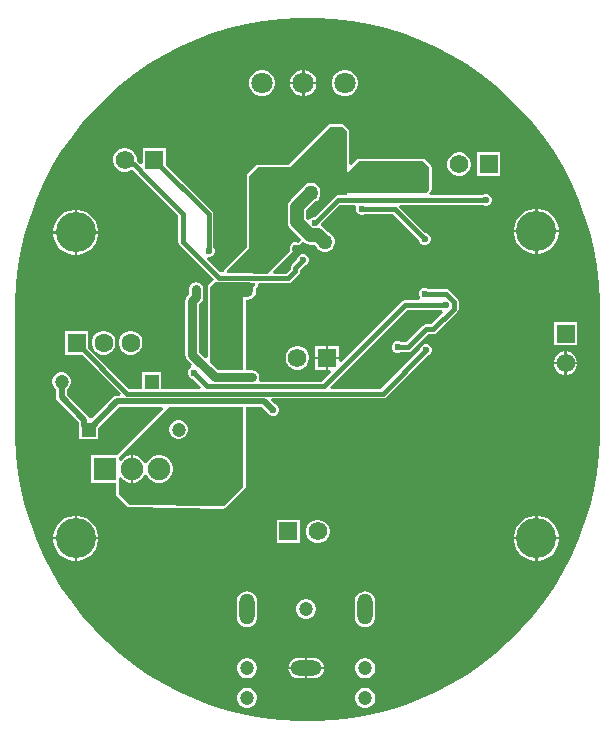
<source format=gbr>
G04*
G04 #@! TF.GenerationSoftware,Altium Limited,Altium Designer,25.4.2 (15)*
G04*
G04 Layer_Physical_Order=2*
G04 Layer_Color=16711680*
%FSLAX44Y44*%
%MOMM*%
G71*
G04*
G04 #@! TF.SameCoordinates,EFA8AECF-6775-45FA-9087-7286BAC92A8B*
G04*
G04*
G04 #@! TF.FilePolarity,Positive*
G04*
G01*
G75*
%ADD12C,0.5080*%
%ADD14C,0.3810*%
%ADD38R,1.2000X1.2000*%
%ADD58C,1.2000*%
%ADD59R,1.9000X1.9000*%
%ADD60C,1.9000*%
%ADD71C,0.7620*%
%ADD74R,1.6000X1.6000*%
%ADD75C,1.6000*%
%ADD76C,1.5750*%
%ADD77R,1.5750X1.5750*%
%ADD78C,1.8034*%
%ADD79O,1.3080X2.6160*%
%ADD80O,2.6160X1.3080*%
%ADD81R,1.5750X1.5750*%
%ADD82C,3.4000*%
%ADD83C,0.6000*%
%ADD84C,1.2700*%
%ADD85C,1.1430*%
G36*
X23657Y549940D02*
X38533Y548134D01*
X53273Y545432D01*
X67823Y541846D01*
X82129Y537388D01*
X96141Y532074D01*
X109806Y525924D01*
X123074Y518960D01*
X135898Y511208D01*
X148231Y502695D01*
X160027Y493454D01*
X171244Y483517D01*
X181840Y472921D01*
X191777Y461704D01*
X201019Y449908D01*
X209531Y437575D01*
X217284Y424751D01*
X224247Y411483D01*
X230397Y397818D01*
X235711Y383806D01*
X240170Y369499D01*
X243756Y354950D01*
X246457Y340210D01*
X248263Y325334D01*
X249168Y310376D01*
Y302884D01*
X249168Y202884D01*
Y195391D01*
X248263Y180433D01*
X246457Y165557D01*
X243756Y150817D01*
X240169Y136268D01*
X235711Y121961D01*
X230397Y107950D01*
X224247Y94285D01*
X217283Y81016D01*
X209531Y68192D01*
X201018Y55859D01*
X191777Y44064D01*
X181840Y32847D01*
X171244Y22251D01*
X160027Y12314D01*
X148231Y3072D01*
X135899Y-5440D01*
X123074Y-13193D01*
X109806Y-20157D01*
X96141Y-26307D01*
X82129Y-31621D01*
X67822Y-36079D01*
X53273Y-39665D01*
X38533Y-42366D01*
X23657Y-44173D01*
X8699Y-45077D01*
X-6285D01*
X-21244Y-44173D01*
X-36120Y-42366D01*
X-50859Y-39665D01*
X-65409Y-36079D01*
X-79715Y-31621D01*
X-93727Y-26307D01*
X-107392Y-20157D01*
X-120661Y-13193D01*
X-133485Y-5441D01*
X-145817Y3072D01*
X-157613Y12313D01*
X-168830Y22250D01*
X-179426Y32847D01*
X-189363Y44063D01*
X-198605Y55859D01*
X-207117Y68192D01*
X-214870Y81016D01*
X-221834Y94285D01*
X-227984Y107950D01*
X-233298Y121961D01*
X-237756Y136268D01*
X-241342Y150817D01*
X-244043Y165557D01*
X-245849Y180433D01*
X-246754Y195391D01*
Y202884D01*
Y302884D01*
Y310376D01*
X-245849Y325334D01*
X-244043Y340210D01*
X-241342Y354950D01*
X-237756Y369499D01*
X-233298Y383806D01*
X-227984Y397818D01*
X-221833Y411483D01*
X-214870Y424751D01*
X-207117Y437575D01*
X-198605Y449908D01*
X-189363Y461703D01*
X-179426Y472920D01*
X-168830Y483516D01*
X-157613Y493454D01*
X-145817Y502695D01*
X-133485Y511208D01*
X-120660Y518960D01*
X-107392Y525924D01*
X-93727Y532074D01*
X-79716Y537388D01*
X-65409Y541846D01*
X-50859Y545432D01*
X-36120Y548134D01*
X-21244Y549940D01*
X-6285Y550845D01*
X8699D01*
X23657Y549940D01*
D02*
G37*
%LPC*%
G36*
X-831Y506349D02*
X-1270D01*
Y496316D01*
X8763D01*
Y496754D01*
X8010Y499565D01*
X6555Y502084D01*
X4498Y504141D01*
X1979Y505596D01*
X-831Y506349D01*
D02*
G37*
G36*
X-3302D02*
X-3741D01*
X-6551Y505596D01*
X-9070Y504141D01*
X-11128Y502084D01*
X-12582Y499565D01*
X-13335Y496754D01*
Y496316D01*
X-3302D01*
Y506349D01*
D02*
G37*
G36*
X34220D02*
X31311D01*
X28501Y505596D01*
X25982Y504141D01*
X23925Y502084D01*
X22470Y499565D01*
X21717Y496754D01*
Y493845D01*
X22470Y491035D01*
X23925Y488516D01*
X25982Y486458D01*
X28501Y485004D01*
X31311Y484251D01*
X34220D01*
X37031Y485004D01*
X39550Y486458D01*
X41607Y488516D01*
X43062Y491035D01*
X43815Y493845D01*
Y496754D01*
X43062Y499565D01*
X41607Y502084D01*
X39550Y504141D01*
X37031Y505596D01*
X34220Y506349D01*
D02*
G37*
G36*
X8763Y494284D02*
X-1270D01*
Y484251D01*
X-831D01*
X1979Y485004D01*
X4498Y486458D01*
X6555Y488516D01*
X8010Y491035D01*
X8763Y493845D01*
Y494284D01*
D02*
G37*
G36*
X-3302D02*
X-13335D01*
Y493845D01*
X-12582Y491035D01*
X-11128Y488516D01*
X-9070Y486458D01*
X-6551Y485004D01*
X-3741Y484251D01*
X-3302D01*
Y494284D01*
D02*
G37*
G36*
X-35884Y506349D02*
X-38793D01*
X-41603Y505596D01*
X-44122Y504141D01*
X-46179Y502084D01*
X-47634Y499565D01*
X-48387Y496754D01*
Y493845D01*
X-47634Y491035D01*
X-46179Y488516D01*
X-44122Y486458D01*
X-41603Y485004D01*
X-38793Y484251D01*
X-35884D01*
X-33073Y485004D01*
X-30554Y486458D01*
X-28497Y488516D01*
X-27042Y491035D01*
X-26289Y493845D01*
Y496754D01*
X-27042Y499565D01*
X-28497Y502084D01*
X-30554Y504141D01*
X-33073Y505596D01*
X-35884Y506349D01*
D02*
G37*
G36*
X30480Y460542D02*
X30480Y460542D01*
X20320D01*
X19527Y460384D01*
X18855Y459935D01*
X18855Y459935D01*
X-14828Y426252D01*
X-40640D01*
X-40640Y426252D01*
X-41433Y426094D01*
X-42105Y425645D01*
X-49725Y418025D01*
X-50174Y417353D01*
X-50332Y416560D01*
X-50332Y416560D01*
Y356458D01*
X-68808Y337982D01*
X-69257Y337310D01*
X-69415Y336517D01*
X-70358Y335230D01*
X-72532Y335026D01*
X-83502Y345996D01*
X-82660Y348028D01*
X-81549D01*
X-79700Y348794D01*
X-78284Y350209D01*
X-77518Y352059D01*
Y354061D01*
X-78284Y355910D01*
X-78536Y356162D01*
Y384440D01*
X-78842Y385976D01*
X-79712Y387278D01*
X-118563Y426130D01*
Y440267D01*
X-138377D01*
Y427597D01*
X-140409Y426756D01*
X-142942Y429289D01*
X-143563Y429704D01*
Y431664D01*
X-144238Y434184D01*
X-145543Y436443D01*
X-147387Y438287D01*
X-149646Y439592D01*
X-152166Y440267D01*
X-154775D01*
X-157294Y439592D01*
X-159553Y438287D01*
X-161398Y436443D01*
X-162702Y434184D01*
X-163377Y431664D01*
Y429055D01*
X-162702Y426536D01*
X-161398Y424277D01*
X-159553Y422432D01*
X-157294Y421128D01*
X-154775Y420453D01*
X-152166D01*
X-149646Y421128D01*
X-147420Y422413D01*
X-144914Y419906D01*
X-144717Y419612D01*
X-140814Y415709D01*
X-140520Y415512D01*
X-108154Y383147D01*
Y360957D01*
X-107849Y359421D01*
X-106979Y358119D01*
X-77825Y328965D01*
X-82745Y324045D01*
X-83194Y323373D01*
X-83352Y322580D01*
X-83352Y322580D01*
X-83352Y263340D01*
X-85229Y262563D01*
X-90564Y267897D01*
Y308223D01*
X-88917Y309869D01*
X-87626Y311801D01*
X-87173Y314081D01*
Y320891D01*
X-87626Y323170D01*
X-88917Y325103D01*
X-90850Y326394D01*
X-93129Y326847D01*
X-95409Y326394D01*
X-97341Y325103D01*
X-98632Y323170D01*
X-99086Y320891D01*
Y316548D01*
X-100732Y314902D01*
X-102023Y312969D01*
X-102477Y310690D01*
Y265430D01*
X-102023Y263150D01*
X-100732Y261218D01*
X-96613Y257099D01*
X-97212Y254824D01*
X-98101Y254456D01*
X-99516Y253040D01*
X-100282Y251191D01*
Y249189D01*
X-99516Y247339D01*
X-98101Y245924D01*
X-96251Y245158D01*
X-95895D01*
X-89165Y238428D01*
X-89943Y236551D01*
X-122748D01*
Y250602D01*
X-138812D01*
Y236551D01*
X-149635D01*
X-184318Y271235D01*
Y285622D01*
X-204382D01*
Y265558D01*
X-189995D01*
X-157036Y232599D01*
X-157814Y230721D01*
X-160050D01*
X-161834Y230366D01*
X-163346Y229356D01*
X-181213Y211489D01*
X-182093Y211589D01*
X-183538Y212038D01*
X-184344Y213243D01*
X-202379Y231278D01*
Y235987D01*
X-202108Y236143D01*
X-200613Y237638D01*
X-199555Y239470D01*
X-199008Y241512D01*
Y243627D01*
X-199555Y245670D01*
X-200613Y247502D01*
X-202108Y248997D01*
X-203940Y250054D01*
X-205983Y250602D01*
X-208097D01*
X-210140Y250054D01*
X-211972Y248997D01*
X-213467Y247502D01*
X-214525Y245670D01*
X-215072Y243627D01*
Y241512D01*
X-214525Y239470D01*
X-213467Y237638D01*
X-211972Y236143D01*
X-211702Y235987D01*
Y229347D01*
X-211347Y227563D01*
X-210336Y226051D01*
X-192302Y208016D01*
Y205390D01*
X-192212Y204939D01*
Y193898D01*
X-176148D01*
Y203369D01*
X-158119Y221398D01*
X-122007D01*
X-121229Y219521D01*
X-160153Y180597D01*
X-160444Y180162D01*
X-181752D01*
Y157098D01*
X-160822D01*
Y147320D01*
X-160822Y147320D01*
X-160664Y146527D01*
X-160215Y145855D01*
X-160215Y145855D01*
X-151325Y136965D01*
X-151002Y136749D01*
X-150683Y136529D01*
X-150667Y136525D01*
X-150653Y136516D01*
X-150272Y136440D01*
X-149893Y136358D01*
X-69883Y135088D01*
X-69867Y135091D01*
X-69850Y135088D01*
X-69469Y135164D01*
X-69088Y135233D01*
X-69074Y135242D01*
X-69057Y135246D01*
X-68735Y135461D01*
X-68409Y135672D01*
X-68399Y135686D01*
X-68385Y135695D01*
X-51875Y152205D01*
X-51426Y152877D01*
X-51268Y153670D01*
X-51268Y153670D01*
Y221398D01*
X-37232D01*
X-32146Y216313D01*
X-31952Y215844D01*
X-30536Y214428D01*
X-28687Y213662D01*
X-26685D01*
X-24836Y214428D01*
X-23420Y215844D01*
X-22654Y217693D01*
Y219695D01*
X-23420Y221544D01*
X-24836Y222960D01*
X-26155Y223506D01*
X-29294Y226645D01*
X-28516Y228523D01*
X64897D01*
X66433Y228828D01*
X67735Y229698D01*
X102245Y264208D01*
X102601D01*
X104450Y264974D01*
X105866Y266389D01*
X106632Y268239D01*
Y270241D01*
X105866Y272090D01*
X104450Y273506D01*
X102601Y274272D01*
X100599D01*
X98750Y273506D01*
X97334Y272090D01*
X96568Y270241D01*
Y269885D01*
X63234Y236551D01*
X21061D01*
X20283Y238428D01*
X85180Y303326D01*
X115008D01*
X115260Y303074D01*
X115626Y300723D01*
X105949Y291045D01*
X101611D01*
X100075Y290739D01*
X98772Y289869D01*
X84697Y275794D01*
X80572D01*
X80320Y276046D01*
X78471Y276812D01*
X76469D01*
X74619Y276046D01*
X73204Y274630D01*
X72438Y272781D01*
Y270779D01*
X73204Y268929D01*
X74619Y267514D01*
X76469Y266748D01*
X78471D01*
X80320Y267514D01*
X80572Y267766D01*
X86360D01*
X87896Y268071D01*
X89198Y268941D01*
X103274Y283017D01*
X107611D01*
X109147Y283322D01*
X110450Y284192D01*
X127885Y301628D01*
X128756Y302930D01*
X129061Y304466D01*
Y310213D01*
X128756Y311749D01*
X127885Y313052D01*
X121107Y319830D01*
X119804Y320700D01*
X118268Y321006D01*
X103432D01*
X103180Y321258D01*
X101331Y322024D01*
X99329D01*
X97479Y321258D01*
X96064Y319842D01*
X95298Y317993D01*
Y315991D01*
X96064Y314141D01*
X96819Y313386D01*
X95978Y311354D01*
X83518D01*
X81982Y311048D01*
X80679Y310178D01*
X29364Y258863D01*
X27487Y259641D01*
Y261704D01*
X18596D01*
Y252813D01*
X20659D01*
X21436Y250935D01*
X13148Y242647D01*
X-38930D01*
X-40102Y244679D01*
X-39764Y246380D01*
X-40217Y248659D01*
X-41508Y250592D01*
X-43441Y251883D01*
X-45720Y252336D01*
X-51268D01*
Y311956D01*
X-49398D01*
X-47266Y312527D01*
X-45355Y313631D01*
X-43794Y315191D01*
X-42691Y317103D01*
X-42120Y319235D01*
Y321442D01*
X-42234Y321866D01*
X-41384Y322716D01*
X-40935Y323388D01*
X-40777Y324181D01*
X-39546Y325860D01*
X-39236Y326059D01*
X-15367D01*
X-13831Y326364D01*
X-12529Y327234D01*
X-6325Y333438D01*
X-5454Y334741D01*
X-5149Y336277D01*
Y337154D01*
X-1895Y340408D01*
X-1539D01*
X310Y341174D01*
X1726Y342590D01*
X2492Y344439D01*
Y346441D01*
X1726Y348290D01*
X310Y349706D01*
X-1539Y350472D01*
X-3541D01*
X-5390Y349706D01*
X-6806Y348290D01*
X-7572Y346441D01*
Y346085D01*
X-12002Y341655D01*
X-12872Y340353D01*
X-13177Y338817D01*
Y337939D01*
X-17030Y334087D01*
X-27358D01*
X-28136Y335964D01*
X-12020Y352080D01*
X-11571Y352752D01*
X-11414Y353545D01*
X-11571Y354337D01*
X-11850Y355011D01*
Y356189D01*
X-11400Y357277D01*
X-10567Y358109D01*
X-9479Y358560D01*
X-8301D01*
X-7628Y358281D01*
X-6835Y358123D01*
X-6474Y358195D01*
X-6042Y358281D01*
X-5370Y358730D01*
X-4121Y359979D01*
X-2203Y360935D01*
X-584Y359693D01*
X1300Y358912D01*
X3322Y358646D01*
X3323Y358646D01*
X7149D01*
X8764Y357032D01*
X9392Y355944D01*
X10952Y354383D01*
X12864Y353280D01*
X14996Y352709D01*
X17203D01*
X19334Y353280D01*
X21246Y354383D01*
X22806Y355944D01*
X23910Y357855D01*
X24481Y359987D01*
Y362194D01*
X23910Y364326D01*
X22806Y366237D01*
X21246Y367798D01*
X19334Y368901D01*
X18871Y369026D01*
X15911Y371985D01*
X14293Y373227D01*
X13849Y373411D01*
X12782Y375863D01*
X12800Y375949D01*
X12906Y376206D01*
Y376562D01*
X28570Y392226D01*
X41255D01*
X42613Y390194D01*
X42376Y389621D01*
Y387619D01*
X43142Y385770D01*
X44557Y384354D01*
X46407Y383588D01*
X48409D01*
X50258Y384354D01*
X50510Y384606D01*
X73267D01*
X95298Y362575D01*
Y362219D01*
X96064Y360369D01*
X97479Y358954D01*
X99329Y358188D01*
X101331D01*
X103180Y358954D01*
X104596Y360369D01*
X105362Y362219D01*
Y364221D01*
X104596Y366070D01*
X103180Y367486D01*
X101331Y368252D01*
X100975D01*
X79033Y390194D01*
X79874Y392226D01*
X149298D01*
X149550Y391974D01*
X151399Y391208D01*
X153401D01*
X155250Y391974D01*
X156666Y393390D01*
X157432Y395239D01*
Y397241D01*
X156666Y399090D01*
X155250Y400506D01*
X153401Y401272D01*
X151399D01*
X149550Y400506D01*
X149298Y400254D01*
X105068D01*
X104226Y402286D01*
X105605Y403665D01*
X105605Y403665D01*
X105903Y404111D01*
X106054Y404337D01*
Y404337D01*
X106054Y404337D01*
X106125Y404695D01*
X106212Y405130D01*
X106212Y405130D01*
X106211Y424180D01*
X106054Y424973D01*
X106054Y424973D01*
X106054Y424973D01*
X105604Y425645D01*
X105604Y425645D01*
X100525Y430725D01*
X100525Y430725D01*
X99853Y431174D01*
X99853Y431174D01*
X99535Y431237D01*
X99060Y431332D01*
X99060Y431332D01*
X44450D01*
X44450Y431332D01*
X43657Y431174D01*
X42985Y430725D01*
X42985Y430725D01*
X38239Y425979D01*
X36362Y426757D01*
Y454660D01*
X36362Y454660D01*
X36204Y455453D01*
X35755Y456125D01*
X31945Y459935D01*
X31273Y460384D01*
X30480Y460542D01*
D02*
G37*
G36*
X164447Y436627D02*
X144633D01*
Y416813D01*
X164447D01*
Y436627D01*
D02*
G37*
G36*
X130844D02*
X128236D01*
X125716Y435952D01*
X123457Y434647D01*
X121612Y432803D01*
X120308Y430544D01*
X119633Y428024D01*
Y425415D01*
X120308Y422896D01*
X121612Y420637D01*
X123457Y418792D01*
X125716Y417488D01*
X128236Y416813D01*
X130844D01*
X133364Y417488D01*
X135623Y418792D01*
X137467Y420637D01*
X138772Y422896D01*
X139447Y425415D01*
Y428024D01*
X138772Y430544D01*
X137467Y432803D01*
X135623Y434647D01*
X133364Y435952D01*
X130844Y436627D01*
D02*
G37*
G36*
X196875Y389032D02*
X196016D01*
Y371016D01*
X214032D01*
Y371875D01*
X213301Y375551D01*
X211866Y379015D01*
X209783Y382132D01*
X207132Y384783D01*
X204015Y386866D01*
X200551Y388301D01*
X196875Y389032D01*
D02*
G37*
G36*
X193984D02*
X193125D01*
X189449Y388301D01*
X185985Y386866D01*
X182868Y384783D01*
X180217Y382132D01*
X178134Y379015D01*
X176699Y375551D01*
X175968Y371875D01*
Y371016D01*
X193984D01*
Y389032D01*
D02*
G37*
G36*
X-193125Y388016D02*
X-193984D01*
Y370000D01*
X-175968D01*
Y370858D01*
X-176699Y374535D01*
X-178134Y377999D01*
X-180217Y381116D01*
X-182868Y383767D01*
X-185985Y385850D01*
X-189449Y387285D01*
X-193125Y388016D01*
D02*
G37*
G36*
X-196016D02*
X-196875D01*
X-200551Y387285D01*
X-204015Y385850D01*
X-207132Y383767D01*
X-209783Y381116D01*
X-211866Y377999D01*
X-213301Y374535D01*
X-214032Y370858D01*
Y370000D01*
X-196016D01*
Y388016D01*
D02*
G37*
G36*
X214032Y368984D02*
X196016D01*
Y350968D01*
X196875D01*
X200551Y351699D01*
X204015Y353134D01*
X207132Y355217D01*
X209783Y357868D01*
X211866Y360985D01*
X213301Y364449D01*
X214032Y368125D01*
Y368984D01*
D02*
G37*
G36*
X193984D02*
X175968D01*
Y368125D01*
X176699Y364449D01*
X178134Y360985D01*
X180217Y357868D01*
X182868Y355217D01*
X185985Y353134D01*
X189449Y351699D01*
X193125Y350968D01*
X193984D01*
Y368984D01*
D02*
G37*
G36*
X-175968Y367968D02*
X-193984D01*
Y349952D01*
X-193125D01*
X-189449Y350683D01*
X-185985Y352118D01*
X-182868Y354201D01*
X-180217Y356852D01*
X-178134Y359969D01*
X-176699Y363433D01*
X-175968Y367109D01*
Y367968D01*
D02*
G37*
G36*
X-196016D02*
X-214032D01*
Y367109D01*
X-213301Y363433D01*
X-211866Y359969D01*
X-209783Y356852D01*
X-207132Y354201D01*
X-204015Y352118D01*
X-200551Y350683D01*
X-196875Y349952D01*
X-196016D01*
Y367968D01*
D02*
G37*
G36*
X229617Y293117D02*
X209803D01*
Y273303D01*
X229617D01*
Y293117D01*
D02*
G37*
G36*
X-147229Y285622D02*
X-149871D01*
X-152422Y284938D01*
X-154710Y283617D01*
X-156578Y281750D01*
X-157898Y279462D01*
X-158582Y276910D01*
Y274269D01*
X-157898Y271718D01*
X-156578Y269430D01*
X-154710Y267562D01*
X-152422Y266241D01*
X-149871Y265558D01*
X-147229D01*
X-144678Y266241D01*
X-142390Y267562D01*
X-140522Y269430D01*
X-139202Y271718D01*
X-138518Y274269D01*
Y276910D01*
X-139202Y279462D01*
X-140522Y281750D01*
X-142390Y283617D01*
X-144678Y284938D01*
X-147229Y285622D01*
D02*
G37*
G36*
X-170129D02*
X-172771D01*
X-175322Y284938D01*
X-177610Y283617D01*
X-179478Y281750D01*
X-180798Y279462D01*
X-181482Y276910D01*
Y274269D01*
X-180798Y271718D01*
X-179478Y269430D01*
X-177610Y267562D01*
X-175322Y266241D01*
X-172771Y265558D01*
X-170129D01*
X-167578Y266241D01*
X-165290Y267562D01*
X-163423Y269430D01*
X-162102Y271718D01*
X-161418Y274269D01*
Y276910D01*
X-162102Y279462D01*
X-163423Y281750D01*
X-165290Y283617D01*
X-167578Y284938D01*
X-170129Y285622D01*
D02*
G37*
G36*
X27487Y272627D02*
X18596D01*
Y263736D01*
X27487D01*
Y272627D01*
D02*
G37*
G36*
X16564D02*
X7673D01*
Y263736D01*
X16564D01*
Y272627D01*
D02*
G37*
G36*
X221014Y268117D02*
X220726D01*
Y259226D01*
X229617D01*
Y259514D01*
X228942Y262034D01*
X227638Y264293D01*
X225793Y266137D01*
X223534Y267442D01*
X221014Y268117D01*
D02*
G37*
G36*
X218694D02*
X218406D01*
X215886Y267442D01*
X213627Y266137D01*
X211782Y264293D01*
X210478Y262034D01*
X209803Y259514D01*
Y259226D01*
X218694D01*
Y268117D01*
D02*
G37*
G36*
X16564Y261704D02*
X7673D01*
Y252813D01*
X16564D01*
Y261704D01*
D02*
G37*
G36*
X-6116Y272627D02*
X-8724D01*
X-11244Y271952D01*
X-13503Y270647D01*
X-15347Y268803D01*
X-16652Y266544D01*
X-17327Y264024D01*
Y261415D01*
X-16652Y258896D01*
X-15347Y256637D01*
X-13503Y254792D01*
X-11244Y253488D01*
X-8724Y252813D01*
X-6116D01*
X-3596Y253488D01*
X-1337Y254792D01*
X508Y256637D01*
X1812Y258896D01*
X2487Y261415D01*
Y264024D01*
X1812Y266544D01*
X508Y268803D01*
X-1337Y270647D01*
X-3596Y271952D01*
X-6116Y272627D01*
D02*
G37*
G36*
X229617Y257194D02*
X220726D01*
Y248303D01*
X221014D01*
X223534Y248978D01*
X225793Y250282D01*
X227638Y252127D01*
X228942Y254386D01*
X229617Y256905D01*
Y257194D01*
D02*
G37*
G36*
X218694D02*
X209803D01*
Y256905D01*
X210478Y254386D01*
X211782Y252127D01*
X213627Y250282D01*
X215886Y248978D01*
X218406Y248303D01*
X218694D01*
Y257194D01*
D02*
G37*
G36*
X196875Y129032D02*
X196016D01*
Y111016D01*
X214032D01*
Y111875D01*
X213301Y115551D01*
X211866Y119015D01*
X209783Y122132D01*
X207132Y124783D01*
X204015Y126866D01*
X200551Y128301D01*
X196875Y129032D01*
D02*
G37*
G36*
X193984D02*
X193125D01*
X189449Y128301D01*
X185985Y126866D01*
X182868Y124783D01*
X180217Y122132D01*
X178134Y119015D01*
X176699Y115551D01*
X175968Y111875D01*
Y111016D01*
X193984D01*
Y129032D01*
D02*
G37*
G36*
X-193125D02*
X-193984D01*
Y111016D01*
X-175968D01*
Y111875D01*
X-176699Y115551D01*
X-178134Y119015D01*
X-180217Y122132D01*
X-182868Y124783D01*
X-185985Y126866D01*
X-189449Y128301D01*
X-193125Y129032D01*
D02*
G37*
G36*
X-196016D02*
X-196875D01*
X-200551Y128301D01*
X-204015Y126866D01*
X-207132Y124783D01*
X-209783Y122132D01*
X-211866Y119015D01*
X-213301Y115551D01*
X-214032Y111875D01*
Y111016D01*
X-196016D01*
Y129032D01*
D02*
G37*
G36*
X11264Y125647D02*
X8656D01*
X6136Y124972D01*
X3877Y123668D01*
X2032Y121823D01*
X728Y119564D01*
X53Y117044D01*
Y114436D01*
X728Y111916D01*
X2032Y109657D01*
X3877Y107812D01*
X6136Y106508D01*
X8656Y105833D01*
X11264D01*
X13784Y106508D01*
X16043Y107812D01*
X17888Y109657D01*
X19192Y111916D01*
X19867Y114436D01*
Y117044D01*
X19192Y119564D01*
X17888Y121823D01*
X16043Y123668D01*
X13784Y124972D01*
X11264Y125647D01*
D02*
G37*
G36*
X-5133D02*
X-24947D01*
Y105833D01*
X-5133D01*
Y125647D01*
D02*
G37*
G36*
X214032Y108984D02*
X196016D01*
Y90968D01*
X196875D01*
X200551Y91699D01*
X204015Y93134D01*
X207132Y95217D01*
X209783Y97868D01*
X211866Y100985D01*
X213301Y104449D01*
X214032Y108125D01*
Y108984D01*
D02*
G37*
G36*
X193984D02*
X175968D01*
Y108125D01*
X176699Y104449D01*
X178134Y100985D01*
X180217Y97868D01*
X182868Y95217D01*
X185985Y93134D01*
X189449Y91699D01*
X193125Y90968D01*
X193984D01*
Y108984D01*
D02*
G37*
G36*
X-175968D02*
X-193984D01*
Y90968D01*
X-193125D01*
X-189449Y91699D01*
X-185985Y93134D01*
X-182868Y95217D01*
X-180217Y97868D01*
X-178134Y100985D01*
X-176699Y104449D01*
X-175968Y108125D01*
Y108984D01*
D02*
G37*
G36*
X-196016D02*
X-214032D01*
Y108125D01*
X-213301Y104449D01*
X-211866Y100985D01*
X-209783Y97868D01*
X-207132Y95217D01*
X-204015Y93134D01*
X-200551Y91699D01*
X-196875Y90968D01*
X-196016D01*
Y108984D01*
D02*
G37*
G36*
X1119Y58500D02*
X-1119D01*
X-3281Y57921D01*
X-5219Y56802D01*
X-6802Y55219D01*
X-7921Y53281D01*
X-8500Y51119D01*
Y48881D01*
X-7921Y46719D01*
X-6802Y44781D01*
X-5219Y43198D01*
X-3281Y42079D01*
X-1119Y41500D01*
X1119D01*
X3281Y42079D01*
X5219Y43198D01*
X6802Y44781D01*
X7921Y46719D01*
X8500Y48881D01*
Y51119D01*
X7921Y53281D01*
X6802Y55219D01*
X5219Y56802D01*
X3281Y57921D01*
X1119Y58500D01*
D02*
G37*
G36*
X50000Y65186D02*
X47762Y64891D01*
X45677Y64028D01*
X43886Y62653D01*
X42512Y60863D01*
X41649Y58778D01*
X41354Y56540D01*
Y43460D01*
X41649Y41222D01*
X42512Y39137D01*
X43886Y37346D01*
X45677Y35972D01*
X47762Y35109D01*
X50000Y34814D01*
X52238Y35109D01*
X54323Y35972D01*
X56114Y37346D01*
X57488Y39137D01*
X58351Y41222D01*
X58646Y43460D01*
Y56540D01*
X58351Y58778D01*
X57488Y60863D01*
X56114Y62653D01*
X54323Y64028D01*
X52238Y64891D01*
X50000Y65186D01*
D02*
G37*
G36*
X-50000D02*
X-52238Y64891D01*
X-54323Y64028D01*
X-56114Y62653D01*
X-57488Y60863D01*
X-58351Y58778D01*
X-58646Y56540D01*
Y43460D01*
X-58351Y41222D01*
X-57488Y39137D01*
X-56114Y37346D01*
X-54323Y35972D01*
X-52238Y35109D01*
X-50000Y34814D01*
X-47762Y35109D01*
X-45677Y35972D01*
X-43886Y37346D01*
X-42512Y39137D01*
X-41649Y41222D01*
X-41354Y43460D01*
Y56540D01*
X-41649Y58778D01*
X-42512Y60863D01*
X-43886Y62653D01*
X-45677Y64028D01*
X-47762Y64891D01*
X-50000Y65186D01*
D02*
G37*
G36*
X6540Y8646D02*
X1016D01*
Y1016D01*
X15052D01*
X14891Y2238D01*
X14028Y4323D01*
X12654Y6114D01*
X10863Y7488D01*
X8778Y8351D01*
X6540Y8646D01*
D02*
G37*
G36*
X-1016D02*
X-6540D01*
X-8778Y8351D01*
X-10863Y7488D01*
X-12654Y6114D01*
X-14028Y4323D01*
X-14891Y2238D01*
X-15052Y1016D01*
X-1016D01*
Y8646D01*
D02*
G37*
G36*
X51119Y8500D02*
X48881D01*
X46719Y7921D01*
X44781Y6802D01*
X43198Y5219D01*
X42079Y3281D01*
X41500Y1119D01*
Y-1119D01*
X42079Y-3281D01*
X43198Y-5219D01*
X44781Y-6802D01*
X46719Y-7921D01*
X48881Y-8500D01*
X51119D01*
X53281Y-7921D01*
X55219Y-6802D01*
X56802Y-5219D01*
X57921Y-3281D01*
X58500Y-1119D01*
Y1119D01*
X57921Y3281D01*
X56802Y5219D01*
X55219Y6802D01*
X53281Y7921D01*
X51119Y8500D01*
D02*
G37*
G36*
X-48881D02*
X-51119D01*
X-53281Y7921D01*
X-55219Y6802D01*
X-56802Y5219D01*
X-57921Y3281D01*
X-58500Y1119D01*
Y-1119D01*
X-57921Y-3281D01*
X-56802Y-5219D01*
X-55219Y-6802D01*
X-53281Y-7921D01*
X-51119Y-8500D01*
X-48881D01*
X-46719Y-7921D01*
X-44781Y-6802D01*
X-43198Y-5219D01*
X-42079Y-3281D01*
X-41500Y-1119D01*
Y1119D01*
X-42079Y3281D01*
X-43198Y5219D01*
X-44781Y6802D01*
X-46719Y7921D01*
X-48881Y8500D01*
D02*
G37*
G36*
X15052Y-1016D02*
X1016D01*
Y-8646D01*
X6540D01*
X8778Y-8351D01*
X10863Y-7488D01*
X12654Y-6114D01*
X14028Y-4323D01*
X14891Y-2238D01*
X15052Y-1016D01*
D02*
G37*
G36*
X-1016D02*
X-15052D01*
X-14891Y-2238D01*
X-14028Y-4323D01*
X-12654Y-6114D01*
X-10863Y-7488D01*
X-8778Y-8351D01*
X-6540Y-8646D01*
X-1016D01*
Y-1016D01*
D02*
G37*
G36*
X51119Y-16500D02*
X48881D01*
X46719Y-17079D01*
X44781Y-18198D01*
X43198Y-19781D01*
X42079Y-21719D01*
X41500Y-23881D01*
Y-26119D01*
X42079Y-28281D01*
X43198Y-30219D01*
X44781Y-31802D01*
X46719Y-32921D01*
X48881Y-33500D01*
X51119D01*
X53281Y-32921D01*
X55219Y-31802D01*
X56802Y-30219D01*
X57921Y-28281D01*
X58500Y-26119D01*
Y-23881D01*
X57921Y-21719D01*
X56802Y-19781D01*
X55219Y-18198D01*
X53281Y-17079D01*
X51119Y-16500D01*
D02*
G37*
G36*
X-48881D02*
X-51119D01*
X-53281Y-17079D01*
X-55219Y-18198D01*
X-56802Y-19781D01*
X-57921Y-21719D01*
X-58500Y-23881D01*
Y-26119D01*
X-57921Y-28281D01*
X-56802Y-30219D01*
X-55219Y-31802D01*
X-53281Y-32921D01*
X-51119Y-33500D01*
X-48881D01*
X-46719Y-32921D01*
X-44781Y-31802D01*
X-43198Y-30219D01*
X-42079Y-28281D01*
X-41500Y-26119D01*
Y-23881D01*
X-42079Y-21719D01*
X-43198Y-19781D01*
X-44781Y-18198D01*
X-46719Y-17079D01*
X-48881Y-16500D01*
D02*
G37*
%LPD*%
G36*
X34290Y454660D02*
Y419100D01*
X44450Y429260D01*
X99060D01*
X104139Y424180D01*
X104140Y405130D01*
X101600Y402590D01*
X34290D01*
Y400254D01*
X26907D01*
X25371Y399949D01*
X24069Y399078D01*
X7229Y382239D01*
X6873D01*
X5024Y381473D01*
X3608Y380057D01*
X1848Y379727D01*
X194Y381180D01*
Y387579D01*
X7869Y395254D01*
X8957Y395882D01*
X10517Y397443D01*
X11621Y399355D01*
X12192Y401486D01*
Y403693D01*
X11621Y405825D01*
X10517Y407737D01*
X8957Y409297D01*
X7045Y410401D01*
X4913Y410972D01*
X2706D01*
X575Y410401D01*
X-1337Y409297D01*
X-2897Y407737D01*
X-4001Y405825D01*
X-4125Y405362D01*
X-13145Y396341D01*
X-14387Y394723D01*
X-15168Y392839D01*
X-15434Y390816D01*
Y377402D01*
X-15168Y375380D01*
X-14387Y373496D01*
X-13145Y371877D01*
X-4149Y362881D01*
X-6835Y360195D01*
X-7889Y360632D01*
X-9891D01*
X-11740Y359866D01*
X-13156Y358450D01*
X-13922Y356601D01*
Y354599D01*
X-13485Y353545D01*
X-32943Y334087D01*
X-44335D01*
X-44704Y334334D01*
X-46241Y334639D01*
X-66566D01*
X-67343Y336517D01*
X-48260Y355600D01*
Y416560D01*
X-40640Y424180D01*
X-13970D01*
X20320Y458470D01*
X30480D01*
X34290Y454660D01*
D02*
G37*
G36*
X-75344Y326917D02*
X-73808Y326611D01*
X-47594D01*
X-47224Y326364D01*
X-45688Y326059D01*
X-43626D01*
X-42849Y324181D01*
X-53340Y313690D01*
Y252336D01*
X-75003D01*
X-81280Y258613D01*
X-81280Y322580D01*
D01*
Y322580D01*
X-81280Y322580D01*
D01*
X-76303Y327557D01*
X-75344Y326917D01*
D02*
G37*
G36*
X-53340Y153670D02*
X-69850Y137160D01*
X-149860Y138430D01*
X-158750Y147320D01*
Y157098D01*
X-158688D01*
Y161192D01*
X-156656Y161737D01*
X-156548Y161549D01*
X-154401Y159402D01*
X-151771Y157884D01*
X-148838Y157098D01*
X-148336D01*
Y168630D01*
Y180162D01*
X-148838D01*
X-151771Y179376D01*
X-154401Y177858D01*
X-156548Y175711D01*
X-156656Y175523D01*
X-158688Y176068D01*
Y179132D01*
X-116422Y221398D01*
X-53340D01*
Y153670D01*
D02*
G37*
%LPC*%
G36*
X-106863Y209962D02*
X-108978D01*
X-111020Y209414D01*
X-112852Y208357D01*
X-114347Y206862D01*
X-115405Y205030D01*
X-115952Y202987D01*
Y200872D01*
X-115405Y198830D01*
X-114347Y196998D01*
X-112852Y195503D01*
X-111020Y194445D01*
X-108978Y193898D01*
X-106863D01*
X-104820Y194445D01*
X-102988Y195503D01*
X-101493Y196998D01*
X-100435Y198830D01*
X-99888Y200872D01*
Y202987D01*
X-100435Y205030D01*
X-101493Y206862D01*
X-102988Y208357D01*
X-104820Y209414D01*
X-106863Y209962D01*
D02*
G37*
G36*
X-122902Y180162D02*
X-125938D01*
X-128871Y179376D01*
X-131501Y177858D01*
X-133648Y175711D01*
X-134755Y173794D01*
X-134826Y173766D01*
X-136915D01*
X-136986Y173794D01*
X-138092Y175711D01*
X-140239Y177858D01*
X-142869Y179376D01*
X-145802Y180162D01*
X-146304D01*
Y168630D01*
Y157098D01*
X-145802D01*
X-142869Y157884D01*
X-140239Y159402D01*
X-138092Y161549D01*
X-136986Y163466D01*
X-136915Y163494D01*
X-134826D01*
X-134755Y163466D01*
X-133648Y161549D01*
X-131501Y159402D01*
X-128871Y157884D01*
X-125938Y157098D01*
X-122902D01*
X-119969Y157884D01*
X-117339Y159402D01*
X-115192Y161549D01*
X-113674Y164179D01*
X-112888Y167112D01*
Y170148D01*
X-113674Y173081D01*
X-115192Y175711D01*
X-117339Y177858D01*
X-119969Y179376D01*
X-122902Y180162D01*
D02*
G37*
%LPD*%
D12*
X-27935Y218694D02*
X-27686D01*
X-35301Y226060D02*
X-27935Y218694D01*
X-160050Y226060D02*
X-35301D01*
X-184180Y201930D02*
X-160050Y226060D01*
X-187640Y205390D02*
X-184180Y201930D01*
X-207040Y229347D02*
Y242570D01*
Y229347D02*
X-187640Y209947D01*
Y205390D02*
Y209947D01*
D14*
X7874Y377207D02*
X26907Y396240D01*
X152400D01*
X-9163Y336277D02*
Y338817D01*
X-2540Y345440D01*
X-15367Y330073D02*
X-9163Y336277D01*
X74930Y388620D02*
X100330Y363220D01*
X47408Y388620D02*
X74930D01*
X107611Y287031D02*
X125047Y304466D01*
Y310213D01*
X101611Y287031D02*
X107611D01*
X118268Y316992D02*
X125047Y310213D01*
X83518Y307340D02*
X118110D01*
X100330Y316992D02*
X118268D01*
X14811Y238633D02*
X83518Y307340D01*
X86360Y271780D02*
X101611Y287031D01*
X-83693Y238633D02*
X14811D01*
X-95250Y250190D02*
X-83693Y238633D01*
X-128470Y430360D02*
X-82550Y384440D01*
Y353060D02*
Y384440D01*
X-93129Y320891D02*
X-92710Y321310D01*
X-45688Y330073D02*
X-15367D01*
X-73808Y330625D02*
X-46241D01*
X-45688Y330073D01*
X-104140Y360957D02*
X-73808Y330625D01*
X64897Y232537D02*
X101600Y269240D01*
X-151297Y232537D02*
X64897D01*
X-141878Y422450D02*
X-137976Y418548D01*
X-146330Y426450D02*
X-145781D01*
X-141878Y422450D02*
Y422548D01*
X-145781Y426450D02*
X-141878Y422548D01*
X-153470Y430360D02*
X-150239D01*
X-146330Y426450D01*
X-104140Y360957D02*
Y384810D01*
X-137878Y418548D02*
X-104140Y384810D01*
X-137976Y418548D02*
X-137878D01*
X77470Y271780D02*
X86360D01*
X-194350Y275590D02*
X-151297Y232537D01*
D38*
X-130780Y242570D02*
D03*
X-184180Y201930D02*
D03*
D58*
X-207040Y242570D02*
D03*
X-107920Y201930D02*
D03*
X50000Y0D02*
D03*
Y-25000D02*
D03*
X0Y50000D02*
D03*
X-50000Y0D02*
D03*
Y-25000D02*
D03*
D59*
X-170220Y168630D02*
D03*
D60*
X-124420D02*
D03*
X-147320D02*
D03*
D71*
X-96520Y265430D02*
X-77470Y246380D01*
X-45720D01*
X-96520Y265430D02*
Y310690D01*
X-93129Y314081D02*
Y320891D01*
X-96520Y310690D02*
X-93129Y314081D01*
D74*
X-194350Y275590D02*
D03*
D75*
X-171450D02*
D03*
X-148550D02*
D03*
D76*
X-153470Y430360D02*
D03*
X9960Y115740D02*
D03*
X-7420Y262720D02*
D03*
X129540Y426720D02*
D03*
X219710Y258210D02*
D03*
D77*
X-128470Y430360D02*
D03*
X-15040Y115740D02*
D03*
X17580Y262720D02*
D03*
X154540Y426720D02*
D03*
D78*
X32766Y495300D02*
D03*
X-2286D02*
D03*
X-37338D02*
D03*
D79*
X-50000Y50000D02*
D03*
X50000D02*
D03*
D80*
X0Y0D02*
D03*
D81*
X219710Y283210D02*
D03*
D82*
X-195000Y368984D02*
D03*
X195000Y370000D02*
D03*
X-195000Y110000D02*
D03*
X195000D02*
D03*
D83*
X152400Y396240D02*
D03*
X-2540Y345440D02*
D03*
X47408Y388620D02*
D03*
X-37510Y444720D02*
D03*
X-27686Y218694D02*
D03*
X7874Y377207D02*
D03*
X35560Y413337D02*
D03*
X118110Y307340D02*
D03*
X-45720Y246380D02*
D03*
X-95250Y250190D02*
D03*
X-82550Y353060D02*
D03*
X-36830Y360878D02*
D03*
X-92710Y321310D02*
D03*
X101600Y269240D02*
D03*
X100330Y316992D02*
D03*
X97790Y422910D02*
D03*
X-83820Y435610D02*
D03*
X-88900Y157480D02*
D03*
X-8890Y355600D02*
D03*
X-54610Y358020D02*
D03*
X48652Y361687D02*
D03*
X100330Y363220D02*
D03*
X77470Y271780D02*
D03*
D84*
X-107950Y499110D02*
D03*
X82550Y508000D02*
D03*
X16099Y361091D02*
D03*
X-50502Y320338D02*
D03*
X-67310Y210820D02*
D03*
Y260350D02*
D03*
X3810Y402590D02*
D03*
X-41910Y340360D02*
D03*
D85*
X15755Y361091D02*
X16099D01*
X10386Y366460D02*
X15755Y361091D01*
X-7620Y377402D02*
Y390816D01*
Y377402D02*
X3322Y366460D01*
X10386D01*
X3810Y402246D02*
Y402590D01*
X-7620Y390816D02*
X3810Y402246D01*
M02*

</source>
